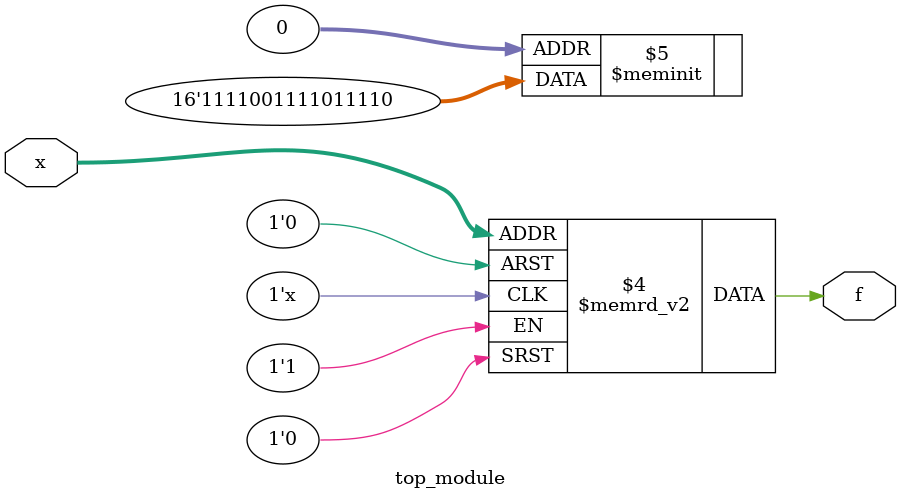
<source format=sv>
module top_module (
    input [4:1] x,
    output logic f
);

always_comb begin
    case ({x[4], x[3], x[2], x[1]})
        4'b0000, 4'b0101, 4'b1010, 4'b1011: f = 1'b0; // Don't care outputs as 0
        4'b0001, 4'b0111, 4'b1100, 4'b1101: f = 1'b1; // Don't care outputs as 1
        default: f = 1'b1; // All other cases output 1
    endcase
end

endmodule

</source>
